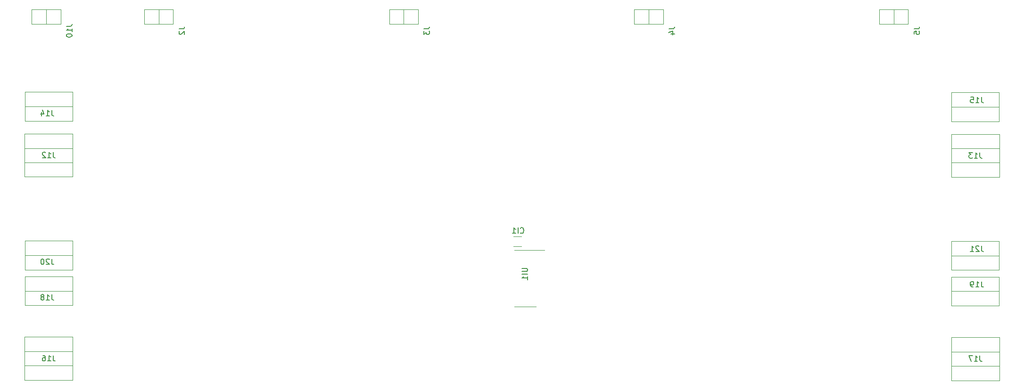
<source format=gbr>
%TF.GenerationSoftware,KiCad,Pcbnew,(6.0.7-1)-1*%
%TF.CreationDate,2022-12-02T15:50:45+01:00*%
%TF.ProjectId,3x8,3378382e-6b69-4636-9164-5f7063625858,rev?*%
%TF.SameCoordinates,Original*%
%TF.FileFunction,Legend,Bot*%
%TF.FilePolarity,Positive*%
%FSLAX46Y46*%
G04 Gerber Fmt 4.6, Leading zero omitted, Abs format (unit mm)*
G04 Created by KiCad (PCBNEW (6.0.7-1)-1) date 2022-12-02 15:50:45*
%MOMM*%
%LPD*%
G01*
G04 APERTURE LIST*
%ADD10C,0.150000*%
%ADD11C,0.120000*%
G04 APERTURE END LIST*
D10*
%TO.C,J19*%
X189289523Y-78632380D02*
X189289523Y-79346666D01*
X189337142Y-79489523D01*
X189432380Y-79584761D01*
X189575238Y-79632380D01*
X189670476Y-79632380D01*
X188289523Y-79632380D02*
X188860952Y-79632380D01*
X188575238Y-79632380D02*
X188575238Y-78632380D01*
X188670476Y-78775238D01*
X188765714Y-78870476D01*
X188860952Y-78918095D01*
X187813333Y-79632380D02*
X187622857Y-79632380D01*
X187527619Y-79584761D01*
X187480000Y-79537142D01*
X187384761Y-79394285D01*
X187337142Y-79203809D01*
X187337142Y-78822857D01*
X187384761Y-78727619D01*
X187432380Y-78680000D01*
X187527619Y-78632380D01*
X187718095Y-78632380D01*
X187813333Y-78680000D01*
X187860952Y-78727619D01*
X187908571Y-78822857D01*
X187908571Y-79060952D01*
X187860952Y-79156190D01*
X187813333Y-79203809D01*
X187718095Y-79251428D01*
X187527619Y-79251428D01*
X187432380Y-79203809D01*
X187384761Y-79156190D01*
X187337142Y-79060952D01*
%TO.C,J16*%
X22599523Y-91922380D02*
X22599523Y-92636666D01*
X22647142Y-92779523D01*
X22742380Y-92874761D01*
X22885238Y-92922380D01*
X22980476Y-92922380D01*
X21599523Y-92922380D02*
X22170952Y-92922380D01*
X21885238Y-92922380D02*
X21885238Y-91922380D01*
X21980476Y-92065238D01*
X22075714Y-92160476D01*
X22170952Y-92208095D01*
X20742380Y-91922380D02*
X20932857Y-91922380D01*
X21028095Y-91970000D01*
X21075714Y-92017619D01*
X21170952Y-92160476D01*
X21218571Y-92350952D01*
X21218571Y-92731904D01*
X21170952Y-92827142D01*
X21123333Y-92874761D01*
X21028095Y-92922380D01*
X20837619Y-92922380D01*
X20742380Y-92874761D01*
X20694761Y-92827142D01*
X20647142Y-92731904D01*
X20647142Y-92493809D01*
X20694761Y-92398571D01*
X20742380Y-92350952D01*
X20837619Y-92303333D01*
X21028095Y-92303333D01*
X21123333Y-92350952D01*
X21170952Y-92398571D01*
X21218571Y-92493809D01*
%TO.C,J2*%
X45182380Y-33216666D02*
X45896666Y-33216666D01*
X46039523Y-33169047D01*
X46134761Y-33073809D01*
X46182380Y-32930952D01*
X46182380Y-32835714D01*
X45277619Y-33645238D02*
X45230000Y-33692857D01*
X45182380Y-33788095D01*
X45182380Y-34026190D01*
X45230000Y-34121428D01*
X45277619Y-34169047D01*
X45372857Y-34216666D01*
X45468095Y-34216666D01*
X45610952Y-34169047D01*
X46182380Y-33597619D01*
X46182380Y-34216666D01*
%TO.C,J13*%
X189019523Y-55457380D02*
X189019523Y-56171666D01*
X189067142Y-56314523D01*
X189162380Y-56409761D01*
X189305238Y-56457380D01*
X189400476Y-56457380D01*
X188019523Y-56457380D02*
X188590952Y-56457380D01*
X188305238Y-56457380D02*
X188305238Y-55457380D01*
X188400476Y-55600238D01*
X188495714Y-55695476D01*
X188590952Y-55743095D01*
X187686190Y-55457380D02*
X187067142Y-55457380D01*
X187400476Y-55838333D01*
X187257619Y-55838333D01*
X187162380Y-55885952D01*
X187114761Y-55933571D01*
X187067142Y-56028809D01*
X187067142Y-56266904D01*
X187114761Y-56362142D01*
X187162380Y-56409761D01*
X187257619Y-56457380D01*
X187543333Y-56457380D01*
X187638571Y-56409761D01*
X187686190Y-56362142D01*
%TO.C,UI1*%
X106764284Y-76260000D02*
X107573808Y-76260000D01*
X107669046Y-76307619D01*
X107716665Y-76355238D01*
X107764284Y-76450476D01*
X107764284Y-76640952D01*
X107716665Y-76736190D01*
X107669046Y-76783809D01*
X107573808Y-76831428D01*
X106764284Y-76831428D01*
X107764284Y-77307619D02*
X106764284Y-77307619D01*
X107764284Y-78307619D02*
X107764284Y-77736190D01*
X107764284Y-78021904D02*
X106764284Y-78021904D01*
X106907142Y-77926666D01*
X107002380Y-77831428D01*
X107049999Y-77736190D01*
%TO.C,J14*%
X22329523Y-47832380D02*
X22329523Y-48546666D01*
X22377142Y-48689523D01*
X22472380Y-48784761D01*
X22615238Y-48832380D01*
X22710476Y-48832380D01*
X21329523Y-48832380D02*
X21900952Y-48832380D01*
X21615238Y-48832380D02*
X21615238Y-47832380D01*
X21710476Y-47975238D01*
X21805714Y-48070476D01*
X21900952Y-48118095D01*
X20472380Y-48165714D02*
X20472380Y-48832380D01*
X20710476Y-47784761D02*
X20948571Y-48499047D01*
X20329523Y-48499047D01*
%TO.C,J17*%
X189019523Y-91982380D02*
X189019523Y-92696666D01*
X189067142Y-92839523D01*
X189162380Y-92934761D01*
X189305238Y-92982380D01*
X189400476Y-92982380D01*
X188019523Y-92982380D02*
X188590952Y-92982380D01*
X188305238Y-92982380D02*
X188305238Y-91982380D01*
X188400476Y-92125238D01*
X188495714Y-92220476D01*
X188590952Y-92268095D01*
X187686190Y-91982380D02*
X187019523Y-91982380D01*
X187448095Y-92982380D01*
%TO.C,J3*%
X89182380Y-33216666D02*
X89896666Y-33216666D01*
X90039523Y-33169047D01*
X90134761Y-33073809D01*
X90182380Y-32930952D01*
X90182380Y-32835714D01*
X89182380Y-33597619D02*
X89182380Y-34216666D01*
X89563333Y-33883333D01*
X89563333Y-34026190D01*
X89610952Y-34121428D01*
X89658571Y-34169047D01*
X89753809Y-34216666D01*
X89991904Y-34216666D01*
X90087142Y-34169047D01*
X90134761Y-34121428D01*
X90182380Y-34026190D01*
X90182380Y-33740476D01*
X90134761Y-33645238D01*
X90087142Y-33597619D01*
%TO.C,CI1*%
X106494761Y-69877142D02*
X106542380Y-69924761D01*
X106685238Y-69972380D01*
X106780476Y-69972380D01*
X106923333Y-69924761D01*
X107018571Y-69829523D01*
X107066190Y-69734285D01*
X107113809Y-69543809D01*
X107113809Y-69400952D01*
X107066190Y-69210476D01*
X107018571Y-69115238D01*
X106923333Y-69020000D01*
X106780476Y-68972380D01*
X106685238Y-68972380D01*
X106542380Y-69020000D01*
X106494761Y-69067619D01*
X106066190Y-69972380D02*
X106066190Y-68972380D01*
X105066190Y-69972380D02*
X105637619Y-69972380D01*
X105351904Y-69972380D02*
X105351904Y-68972380D01*
X105447142Y-69115238D01*
X105542380Y-69210476D01*
X105637619Y-69258095D01*
%TO.C,J20*%
X22329523Y-74562380D02*
X22329523Y-75276666D01*
X22377142Y-75419523D01*
X22472380Y-75514761D01*
X22615238Y-75562380D01*
X22710476Y-75562380D01*
X21900952Y-74657619D02*
X21853333Y-74610000D01*
X21758095Y-74562380D01*
X21520000Y-74562380D01*
X21424761Y-74610000D01*
X21377142Y-74657619D01*
X21329523Y-74752857D01*
X21329523Y-74848095D01*
X21377142Y-74990952D01*
X21948571Y-75562380D01*
X21329523Y-75562380D01*
X20710476Y-74562380D02*
X20615238Y-74562380D01*
X20520000Y-74610000D01*
X20472380Y-74657619D01*
X20424761Y-74752857D01*
X20377142Y-74943333D01*
X20377142Y-75181428D01*
X20424761Y-75371904D01*
X20472380Y-75467142D01*
X20520000Y-75514761D01*
X20615238Y-75562380D01*
X20710476Y-75562380D01*
X20805714Y-75514761D01*
X20853333Y-75467142D01*
X20900952Y-75371904D01*
X20948571Y-75181428D01*
X20948571Y-74943333D01*
X20900952Y-74752857D01*
X20853333Y-74657619D01*
X20805714Y-74610000D01*
X20710476Y-74562380D01*
%TO.C,J18*%
X22329523Y-80972380D02*
X22329523Y-81686666D01*
X22377142Y-81829523D01*
X22472380Y-81924761D01*
X22615238Y-81972380D01*
X22710476Y-81972380D01*
X21329523Y-81972380D02*
X21900952Y-81972380D01*
X21615238Y-81972380D02*
X21615238Y-80972380D01*
X21710476Y-81115238D01*
X21805714Y-81210476D01*
X21900952Y-81258095D01*
X20758095Y-81400952D02*
X20853333Y-81353333D01*
X20900952Y-81305714D01*
X20948571Y-81210476D01*
X20948571Y-81162857D01*
X20900952Y-81067619D01*
X20853333Y-81020000D01*
X20758095Y-80972380D01*
X20567619Y-80972380D01*
X20472380Y-81020000D01*
X20424761Y-81067619D01*
X20377142Y-81162857D01*
X20377142Y-81210476D01*
X20424761Y-81305714D01*
X20472380Y-81353333D01*
X20567619Y-81400952D01*
X20758095Y-81400952D01*
X20853333Y-81448571D01*
X20900952Y-81496190D01*
X20948571Y-81591428D01*
X20948571Y-81781904D01*
X20900952Y-81877142D01*
X20853333Y-81924761D01*
X20758095Y-81972380D01*
X20567619Y-81972380D01*
X20472380Y-81924761D01*
X20424761Y-81877142D01*
X20377142Y-81781904D01*
X20377142Y-81591428D01*
X20424761Y-81496190D01*
X20472380Y-81448571D01*
X20567619Y-81400952D01*
%TO.C,J10*%
X24982380Y-32740476D02*
X25696666Y-32740476D01*
X25839523Y-32692857D01*
X25934761Y-32597619D01*
X25982380Y-32454761D01*
X25982380Y-32359523D01*
X25982380Y-33740476D02*
X25982380Y-33169047D01*
X25982380Y-33454761D02*
X24982380Y-33454761D01*
X25125238Y-33359523D01*
X25220476Y-33264285D01*
X25268095Y-33169047D01*
X24982380Y-34359523D02*
X24982380Y-34454761D01*
X25030000Y-34550000D01*
X25077619Y-34597619D01*
X25172857Y-34645238D01*
X25363333Y-34692857D01*
X25601428Y-34692857D01*
X25791904Y-34645238D01*
X25887142Y-34597619D01*
X25934761Y-34550000D01*
X25982380Y-34454761D01*
X25982380Y-34359523D01*
X25934761Y-34264285D01*
X25887142Y-34216666D01*
X25791904Y-34169047D01*
X25601428Y-34121428D01*
X25363333Y-34121428D01*
X25172857Y-34169047D01*
X25077619Y-34216666D01*
X25030000Y-34264285D01*
X24982380Y-34359523D01*
%TO.C,J21*%
X189289523Y-72222380D02*
X189289523Y-72936666D01*
X189337142Y-73079523D01*
X189432380Y-73174761D01*
X189575238Y-73222380D01*
X189670476Y-73222380D01*
X188860952Y-72317619D02*
X188813333Y-72270000D01*
X188718095Y-72222380D01*
X188480000Y-72222380D01*
X188384761Y-72270000D01*
X188337142Y-72317619D01*
X188289523Y-72412857D01*
X188289523Y-72508095D01*
X188337142Y-72650952D01*
X188908571Y-73222380D01*
X188289523Y-73222380D01*
X187337142Y-73222380D02*
X187908571Y-73222380D01*
X187622857Y-73222380D02*
X187622857Y-72222380D01*
X187718095Y-72365238D01*
X187813333Y-72460476D01*
X187908571Y-72508095D01*
%TO.C,J15*%
X189289523Y-45492380D02*
X189289523Y-46206666D01*
X189337142Y-46349523D01*
X189432380Y-46444761D01*
X189575238Y-46492380D01*
X189670476Y-46492380D01*
X188289523Y-46492380D02*
X188860952Y-46492380D01*
X188575238Y-46492380D02*
X188575238Y-45492380D01*
X188670476Y-45635238D01*
X188765714Y-45730476D01*
X188860952Y-45778095D01*
X187384761Y-45492380D02*
X187860952Y-45492380D01*
X187908571Y-45968571D01*
X187860952Y-45920952D01*
X187765714Y-45873333D01*
X187527619Y-45873333D01*
X187432380Y-45920952D01*
X187384761Y-45968571D01*
X187337142Y-46063809D01*
X187337142Y-46301904D01*
X187384761Y-46397142D01*
X187432380Y-46444761D01*
X187527619Y-46492380D01*
X187765714Y-46492380D01*
X187860952Y-46444761D01*
X187908571Y-46397142D01*
%TO.C,J12*%
X22599523Y-55397380D02*
X22599523Y-56111666D01*
X22647142Y-56254523D01*
X22742380Y-56349761D01*
X22885238Y-56397380D01*
X22980476Y-56397380D01*
X21599523Y-56397380D02*
X22170952Y-56397380D01*
X21885238Y-56397380D02*
X21885238Y-55397380D01*
X21980476Y-55540238D01*
X22075714Y-55635476D01*
X22170952Y-55683095D01*
X21218571Y-55492619D02*
X21170952Y-55445000D01*
X21075714Y-55397380D01*
X20837619Y-55397380D01*
X20742380Y-55445000D01*
X20694761Y-55492619D01*
X20647142Y-55587857D01*
X20647142Y-55683095D01*
X20694761Y-55825952D01*
X21266190Y-56397380D01*
X20647142Y-56397380D01*
%TO.C,J5*%
X177182380Y-33216666D02*
X177896666Y-33216666D01*
X178039523Y-33169047D01*
X178134761Y-33073809D01*
X178182380Y-32930952D01*
X178182380Y-32835714D01*
X177182380Y-34169047D02*
X177182380Y-33692857D01*
X177658571Y-33645238D01*
X177610952Y-33692857D01*
X177563333Y-33788095D01*
X177563333Y-34026190D01*
X177610952Y-34121428D01*
X177658571Y-34169047D01*
X177753809Y-34216666D01*
X177991904Y-34216666D01*
X178087142Y-34169047D01*
X178134761Y-34121428D01*
X178182380Y-34026190D01*
X178182380Y-33788095D01*
X178134761Y-33692857D01*
X178087142Y-33645238D01*
%TO.C,J4*%
X133182380Y-33216666D02*
X133896666Y-33216666D01*
X134039523Y-33169047D01*
X134134761Y-33073809D01*
X134182380Y-32930952D01*
X134182380Y-32835714D01*
X133515714Y-34121428D02*
X134182380Y-34121428D01*
X133134761Y-33883333D02*
X133849047Y-33645238D01*
X133849047Y-34264285D01*
D11*
%TO.C,J19*%
X192500000Y-82980000D02*
X183870000Y-82980000D01*
X183870000Y-77780000D02*
X183870000Y-82980000D01*
X192500000Y-77780000D02*
X183870000Y-77780000D01*
X192500000Y-77780000D02*
X192500000Y-82980000D01*
X192500000Y-80380000D02*
X183870000Y-80380000D01*
%TO.C,J16*%
X17490000Y-96330000D02*
X26120000Y-96330000D01*
X17490000Y-88590000D02*
X26120000Y-88590000D01*
X17490000Y-96330000D02*
X17490000Y-88590000D01*
X17490000Y-91190000D02*
X26120000Y-91190000D01*
X26120000Y-96330000D02*
X26120000Y-88590000D01*
X17490000Y-93730000D02*
X26120000Y-93730000D01*
%TO.C,J2*%
X44150000Y-29710000D02*
X44150000Y-32370000D01*
X38950000Y-32370000D02*
X38950000Y-29710000D01*
X38950000Y-29710000D02*
X44150000Y-29710000D01*
X41550000Y-32370000D02*
X41550000Y-29710000D01*
X44150000Y-32370000D02*
X38950000Y-32370000D01*
%TO.C,J13*%
X192510000Y-52145000D02*
X192510000Y-59885000D01*
X183880000Y-52145000D02*
X183880000Y-59885000D01*
X192510000Y-54745000D02*
X183880000Y-54745000D01*
X192510000Y-59885000D02*
X183880000Y-59885000D01*
X192510000Y-52145000D02*
X183880000Y-52145000D01*
X192510000Y-57285000D02*
X183880000Y-57285000D01*
%TO.C,UI1*%
X107361904Y-83140000D02*
X105411904Y-83140000D01*
X107361904Y-73020000D02*
X110811904Y-73020000D01*
X107361904Y-83140000D02*
X109311904Y-83140000D01*
X107361904Y-73020000D02*
X105411904Y-73020000D01*
%TO.C,J14*%
X17500000Y-49780000D02*
X17500000Y-44580000D01*
X17500000Y-49780000D02*
X26130000Y-49780000D01*
X17500000Y-44580000D02*
X26130000Y-44580000D01*
X26130000Y-49780000D02*
X26130000Y-44580000D01*
X17500000Y-47180000D02*
X26130000Y-47180000D01*
%TO.C,J17*%
X192510000Y-88670000D02*
X192510000Y-96410000D01*
X192510000Y-96410000D02*
X183880000Y-96410000D01*
X192510000Y-93810000D02*
X183880000Y-93810000D01*
X183880000Y-88670000D02*
X183880000Y-96410000D01*
X192510000Y-91270000D02*
X183880000Y-91270000D01*
X192510000Y-88670000D02*
X183880000Y-88670000D01*
%TO.C,J3*%
X88150000Y-29710000D02*
X88150000Y-32370000D01*
X82950000Y-32370000D02*
X82950000Y-29710000D01*
X88150000Y-32370000D02*
X82950000Y-32370000D01*
X82950000Y-29710000D02*
X88150000Y-29710000D01*
X85550000Y-32370000D02*
X85550000Y-29710000D01*
%TO.C,CI1*%
X105248748Y-70530000D02*
X106671252Y-70530000D01*
X105248748Y-72350000D02*
X106671252Y-72350000D01*
%TO.C,J20*%
X17500000Y-76510000D02*
X17500000Y-71310000D01*
X17500000Y-73910000D02*
X26130000Y-73910000D01*
X17500000Y-71310000D02*
X26130000Y-71310000D01*
X26130000Y-76510000D02*
X26130000Y-71310000D01*
X17500000Y-76510000D02*
X26130000Y-76510000D01*
%TO.C,J18*%
X17500000Y-80320000D02*
X26130000Y-80320000D01*
X26130000Y-82920000D02*
X26130000Y-77720000D01*
X17500000Y-82920000D02*
X17500000Y-77720000D01*
X17500000Y-77720000D02*
X26130000Y-77720000D01*
X17500000Y-82920000D02*
X26130000Y-82920000D01*
%TO.C,J10*%
X18750000Y-32370000D02*
X18750000Y-29710000D01*
X23950000Y-29710000D02*
X23950000Y-32370000D01*
X18750000Y-29710000D02*
X23950000Y-29710000D01*
X23950000Y-32370000D02*
X18750000Y-32370000D01*
X21350000Y-32370000D02*
X21350000Y-29710000D01*
%TO.C,J21*%
X192500000Y-71370000D02*
X183870000Y-71370000D01*
X192500000Y-73970000D02*
X183870000Y-73970000D01*
X192500000Y-71370000D02*
X192500000Y-76570000D01*
X183870000Y-71370000D02*
X183870000Y-76570000D01*
X192500000Y-76570000D02*
X183870000Y-76570000D01*
%TO.C,J15*%
X192500000Y-44640000D02*
X183870000Y-44640000D01*
X183870000Y-44640000D02*
X183870000Y-49840000D01*
X192500000Y-47240000D02*
X183870000Y-47240000D01*
X192500000Y-49840000D02*
X183870000Y-49840000D01*
X192500000Y-44640000D02*
X192500000Y-49840000D01*
%TO.C,J12*%
X17490000Y-59805000D02*
X17490000Y-52065000D01*
X17490000Y-57205000D02*
X26120000Y-57205000D01*
X17490000Y-54665000D02*
X26120000Y-54665000D01*
X17490000Y-59805000D02*
X26120000Y-59805000D01*
X26120000Y-59805000D02*
X26120000Y-52065000D01*
X17490000Y-52065000D02*
X26120000Y-52065000D01*
%TO.C,J5*%
X170950000Y-32370000D02*
X170950000Y-29710000D01*
X170950000Y-29710000D02*
X176150000Y-29710000D01*
X176150000Y-32370000D02*
X170950000Y-32370000D01*
X173550000Y-32370000D02*
X173550000Y-29710000D01*
X176150000Y-29710000D02*
X176150000Y-32370000D01*
%TO.C,J4*%
X132150000Y-29710000D02*
X132150000Y-32370000D01*
X129550000Y-32370000D02*
X129550000Y-29710000D01*
X132150000Y-32370000D02*
X126950000Y-32370000D01*
X126950000Y-29710000D02*
X132150000Y-29710000D01*
X126950000Y-32370000D02*
X126950000Y-29710000D01*
%TD*%
M02*

</source>
